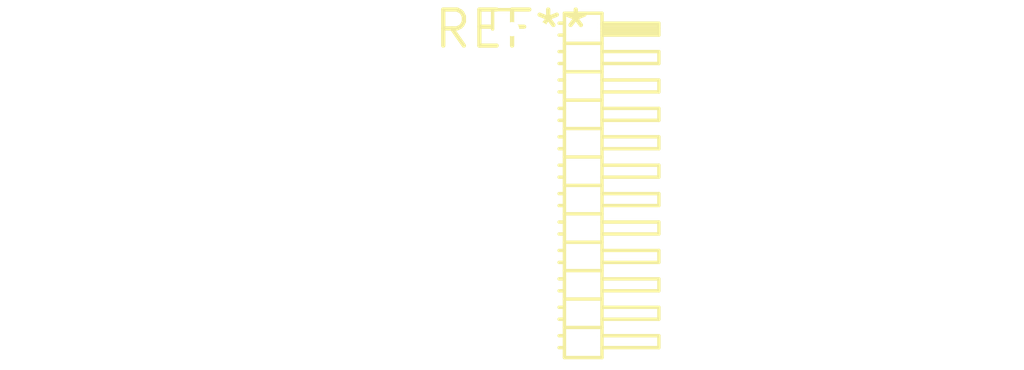
<source format=kicad_pcb>
(kicad_pcb (version 20240108) (generator pcbnew)
  (layers (0 "F.Cu" signal) (31 "B.Cu" signal) (34 "B.Paste" user) (35 "F.Paste" user) (36 "B.SilkS" user "B.Silkscreen") (37 "F.SilkS" user "F.Silkscreen") (38 "B.Mask" user) (39 "F.Mask" user) (44 "Edge.Cuts" user))
  (net 0 "")
  (footprint "PinHeader_2x12_P1.00mm_Horizontal" (layer "F.Cu") (at 0 0)
    (property "Reference" "REF**")
    (property "Value" "PinHeader_2x12_P1.00mm_Horizontal")
    (fp_line (start -0.685 -0.685) (end 0 -0.685) (layer "F.SilkS") (stroke (width 0.12)))
    (fp_line (start -0.685 0) (end -0.685 -0.685) (layer "F.SilkS") (stroke (width 0.12)))
    (fp_line (start 1.652016 -0.21) (end 1.84 -0.21) (layer "F.SilkS") (stroke (width 0.12)))
    (fp_line (start 1.652016 0.21) (end 1.84 0.21) (layer "F.SilkS") (stroke (width 0.12)))
    (fp_line (start 1.652016 0.79) (end 1.84 0.79) (layer "F.SilkS") (stroke (width 0.12)))
    (fp_line (start 1.652016 1.21) (end 1.84 1.21) (layer "F.SilkS") (stroke (width 0.12)))
    (fp_line (start 1.652016 1.79) (end 1.84 1.79) (layer "F.SilkS") (stroke (width 0.12)))
    (fp_line (start 1.652016 2.21) (end 1.84 2.21) (layer "F.SilkS") (stroke (width 0.12)))
    (fp_line (start 1.652016 2.79) (end 1.84 2.79) (layer "F.SilkS") (stroke (width 0.12)))
    (fp_line (start 1.652016 3.21) (end 1.84 3.21) (layer "F.SilkS") (stroke (width 0.12)))
    (fp_line (start 1.652016 3.79) (end 1.84 3.79) (layer "F.SilkS") (stroke (width 0.12)))
    (fp_line (start 1.652016 4.21) (end 1.84 4.21) (layer "F.SilkS") (stroke (width 0.12)))
    (fp_line (start 1.652016 4.79) (end 1.84 4.79) (layer "F.SilkS") (stroke (width 0.12)))
    (fp_line (start 1.652016 5.21) (end 1.84 5.21) (layer "F.SilkS") (stroke (width 0.12)))
    (fp_line (start 1.652016 5.79) (end 1.84 5.79) (layer "F.SilkS") (stroke (width 0.12)))
    (fp_line (start 1.652016 6.21) (end 1.84 6.21) (layer "F.SilkS") (stroke (width 0.12)))
    (fp_line (start 1.652016 6.79) (end 1.84 6.79) (layer "F.SilkS") (stroke (width 0.12)))
    (fp_line (start 1.652016 7.21) (end 1.84 7.21) (layer "F.SilkS") (stroke (width 0.12)))
    (fp_line (start 1.652016 7.79) (end 1.84 7.79) (layer "F.SilkS") (stroke (width 0.12)))
    (fp_line (start 1.652016 8.21) (end 1.84 8.21) (layer "F.SilkS") (stroke (width 0.12)))
    (fp_line (start 1.652016 8.79) (end 1.84 8.79) (layer "F.SilkS") (stroke (width 0.12)))
    (fp_line (start 1.652016 9.21) (end 1.84 9.21) (layer "F.SilkS") (stroke (width 0.12)))
    (fp_line (start 1.652016 9.79) (end 1.84 9.79) (layer "F.SilkS") (stroke (width 0.12)))
    (fp_line (start 1.652016 10.21) (end 1.84 10.21) (layer "F.SilkS") (stroke (width 0.12)))
    (fp_line (start 1.652016 10.79) (end 1.84 10.79) (layer "F.SilkS") (stroke (width 0.12)))
    (fp_line (start 1.652016 11.21) (end 1.84 11.21) (layer "F.SilkS") (stroke (width 0.12)))
    (fp_line (start 1.84 -0.56) (end 1.84 11.56) (layer "F.SilkS") (stroke (width 0.12)))
    (fp_line (start 1.84 0.5) (end 3.16 0.5) (layer "F.SilkS") (stroke (width 0.12)))
    (fp_line (start 1.84 1.5) (end 3.16 1.5) (layer "F.SilkS") (stroke (width 0.12)))
    (fp_line (start 1.84 2.5) (end 3.16 2.5) (layer "F.SilkS") (stroke (width 0.12)))
    (fp_line (start 1.84 3.5) (end 3.16 3.5) (layer "F.SilkS") (stroke (width 0.12)))
    (fp_line (start 1.84 4.5) (end 3.16 4.5) (layer "F.SilkS") (stroke (width 0.12)))
    (fp_line (start 1.84 5.5) (end 3.16 5.5) (layer "F.SilkS") (stroke (width 0.12)))
    (fp_line (start 1.84 6.5) (end 3.16 6.5) (layer "F.SilkS") (stroke (width 0.12)))
    (fp_line (start 1.84 7.5) (end 3.16 7.5) (layer "F.SilkS") (stroke (width 0.12)))
    (fp_line (start 1.84 8.5) (end 3.16 8.5) (layer "F.SilkS") (stroke (width 0.12)))
    (fp_line (start 1.84 9.5) (end 3.16 9.5) (layer "F.SilkS") (stroke (width 0.12)))
    (fp_line (start 1.84 10.5) (end 3.16 10.5) (layer "F.SilkS") (stroke (width 0.12)))
    (fp_line (start 1.84 11.56) (end 3.16 11.56) (layer "F.SilkS") (stroke (width 0.12)))
    (fp_line (start 3.16 -0.56) (end 1.84 -0.56) (layer "F.SilkS") (stroke (width 0.12)))
    (fp_line (start 3.16 -0.21) (end 5.16 -0.21) (layer "F.SilkS") (stroke (width 0.12)))
    (fp_line (start 3.16 -0.15) (end 5.16 -0.15) (layer "F.SilkS") (stroke (width 0.12)))
    (fp_line (start 3.16 -0.03) (end 5.16 -0.03) (layer "F.SilkS") (stroke (width 0.12)))
    (fp_line (start 3.16 0.09) (end 5.16 0.09) (layer "F.SilkS") (stroke (width 0.12)))
    (fp_line (start 3.16 0.79) (end 5.16 0.79) (layer "F.SilkS") (stroke (width 0.12)))
    (fp_line (start 3.16 1.79) (end 5.16 1.79) (layer "F.SilkS") (stroke (width 0.12)))
    (fp_line (start 3.16 2.79) (end 5.16 2.79) (layer "F.SilkS") (stroke (width 0.12)))
    (fp_line (start 3.16 3.79) (end 5.16 3.79) (layer "F.SilkS") (stroke (width 0.12)))
    (fp_line (start 3.16 4.79) (end 5.16 4.79) (layer "F.SilkS") (stroke (width 0.12)))
    (fp_line (start 3.16 5.79) (end 5.16 5.79) (layer "F.SilkS") (stroke (width 0.12)))
    (fp_line (start 3.16 6.79) (end 5.16 6.79) (layer "F.SilkS") (stroke (width 0.12)))
    (fp_line (start 3.16 7.79) (end 5.16 7.79) (layer "F.SilkS") (stroke (width 0.12)))
    (fp_line (start 3.16 8.79) (end 5.16 8.79) (layer "F.SilkS") (stroke (width 0.12)))
    (fp_line (start 3.16 9.79) (end 5.16 9.79) (layer "F.SilkS") (stroke (width 0.12)))
    (fp_line (start 3.16 10.79) (end 5.16 10.79) (layer "F.SilkS") (stroke (width 0.12)))
    (fp_line (start 3.16 11.56) (end 3.16 -0.56) (layer "F.SilkS") (stroke (width 0.12)))
    (fp_line (start 5.16 -0.21) (end 5.16 0.21) (layer "F.SilkS") (stroke (width 0.12)))
    (fp_line (start 5.16 0.21) (end 3.16 0.21) (layer "F.SilkS") (stroke (width 0.12)))
    (fp_line (start 5.16 0.79) (end 5.16 1.21) (layer "F.SilkS") (stroke (width 0.12)))
    (fp_line (start 5.16 1.21) (end 3.16 1.21) (layer "F.SilkS") (stroke (width 0.12)))
    (fp_line (start 5.16 1.79) (end 5.16 2.21) (layer "F.SilkS") (stroke (width 0.12)))
    (fp_line (start 5.16 2.21) (end 3.16 2.21) (layer "F.SilkS") (stroke (width 0.12)))
    (fp_line (start 5.16 2.79) (end 5.16 3.21) (layer "F.SilkS") (stroke (width 0.12)))
    (fp_line (start 5.16 3.21) (end 3.16 3.21) (layer "F.SilkS") (stroke (width 0.12)))
    (fp_line (start 5.16 3.79) (end 5.16 4.21) (layer "F.SilkS") (stroke (width 0.12)))
    (fp_line (start 5.16 4.21) (end 3.16 4.21) (layer "F.SilkS") (stroke (width 0.12)))
    (fp_line (start 5.16 4.79) (end 5.16 5.21) (layer "F.SilkS") (stroke (width 0.12)))
    (fp_line (start 5.16 5.21) (end 3.16 5.21) (layer "F.SilkS") (stroke (width 0.12)))
    (fp_line (start 5.16 5.79) (end 5.16 6.21) (layer "F.SilkS") (stroke (width 0.12)))
    (fp_line (start 5.16 6.21) (end 3.16 6.21) (layer "F.SilkS") (stroke (width 0.12)))
    (fp_line (start 5.16 6.79) (end 5.16 7.21) (layer "F.SilkS") (stroke (width 0.12)))
    (fp_line (start 5.16 7.21) (end 3.16 7.21) (layer "F.SilkS") (stroke (width 0.12)))
    (fp_line (start 5.16 7.79) (end 5.16 8.21) (layer "F.SilkS") (stroke (width 0.12)))
    (fp_line (start 5.16 8.21) (end 3.16 8.21) (layer "F.SilkS") (stroke (width 0.12)))
    (fp_line (start 5.16 8.79) (end 5.16 9.21) (layer "F.SilkS") (stroke (width 0.12)))
    (fp_line (start 5.16 9.21) (end 3.16 9.21) (layer "F.SilkS") (stroke (width 0.12)))
    (fp_line (start 5.16 9.79) (end 5.16 10.21) (layer "F.SilkS") (stroke (width 0.12)))
    (fp_line (start 5.16 10.21) (end 3.16 10.21) (layer "F.SilkS") (stroke (width 0.12)))
    (fp_line (start 5.16 10.79) (end 5.16 11.21) (layer "F.SilkS") (stroke (width 0.12)))
    (fp_line (start 5.16 11.21) (end 3.16 11.21) (layer "F.SilkS") (stroke (width 0.12)))
    (pad "1" thru_hole rect (at 0 0) (size 0.85 0.85) (drill 0.5) (layers *.Cu *.Mask) (remove_unused_layers))
    (pad "2" thru_hole oval (at 1 0) (size 0.85 0.85) (drill 0.5) (layers *.Cu *.Mask) (remove_unused_layers))
    (pad "3" thru_hole oval (at 0 1) (size 0.85 0.85) (drill 0.5) (layers *.Cu *.Mask) (remove_unused_layers))
    (pad "4" thru_hole oval (at 1 1) (size 0.85 0.85) (drill 0.5) (layers *.Cu *.Mask) (remove_unused_layers))
    (pad "5" thru_hole oval (at 0 2) (size 0.85 0.85) (drill 0.5) (layers *.Cu *.Mask) (remove_unused_layers))
    (pad "6" thru_hole oval (at 1 2) (size 0.85 0.85) (drill 0.5) (layers *.Cu *.Mask) (remove_unused_layers))
    (pad "7" thru_hole oval (at 0 3) (size 0.85 0.85) (drill 0.5) (layers *.Cu *.Mask) (remove_unused_layers))
    (pad "8" thru_hole oval (at 1 3) (size 0.85 0.85) (drill 0.5) (layers *.Cu *.Mask) (remove_unused_layers))
    (pad "9" thru_hole oval (at 0 4) (size 0.85 0.85) (drill 0.5) (layers *.Cu *.Mask) (remove_unused_layers))
    (pad "10" thru_hole oval (at 1 4) (size 0.85 0.85) (drill 0.5) (layers *.Cu *.Mask) (remove_unused_layers))
    (pad "11" thru_hole oval (at 0 5) (size 0.85 0.85) (drill 0.5) (layers *.Cu *.Mask) (remove_unused_layers))
    (pad "12" thru_hole oval (at 1 5) (size 0.85 0.85) (drill 0.5) (layers *.Cu *.Mask) (remove_unused_layers))
    (pad "13" thru_hole oval (at 0 6) (size 0.85 0.85) (drill 0.5) (layers *.Cu *.Mask) (remove_unused_layers))
    (pad "14" thru_hole oval (at 1 6) (size 0.85 0.85) (drill 0.5) (layers *.Cu *.Mask) (remove_unused_layers))
    (pad "15" thru_hole oval (at 0 7) (size 0.85 0.85) (drill 0.5) (layers *.Cu *.Mask) (remove_unused_layers))
    (pad "16" thru_hole oval (at 1 7) (size 0.85 0.85) (drill 0.5) (layers *.Cu *.Mask) (remove_unused_layers))
    (pad "17" thru_hole oval (at 0 8) (size 0.85 0.85) (drill 0.5) (layers *.Cu *.Mask) (remove_unused_layers))
    (pad "18" thru_hole oval (at 1 8) (size 0.85 0.85) (drill 0.5) (layers *.Cu *.Mask) (remove_unused_layers))
    (pad "19" thru_hole oval (at 0 9) (size 0.85 0.85) (drill 0.5) (layers *.Cu *.Mask) (remove_unused_layers))
    (pad "20" thru_hole oval (at 1 9) (size 0.85 0.85) (drill 0.5) (layers *.Cu *.Mask) (remove_unused_layers))
    (pad "21" thru_hole oval (at 0 10) (size 0.85 0.85) (drill 0.5) (layers *.Cu *.Mask) (remove_unused_layers))
    (pad "22" thru_hole oval (at 1 10) (size 0.85 0.85) (drill 0.5) (layers *.Cu *.Mask) (remove_unused_layers))
    (pad "23" thru_hole oval (at 0 11) (size 0.85 0.85) (drill 0.5) (layers *.Cu *.Mask) (remove_unused_layers))
    (pad "24" thru_hole oval (at 1 11) (size 0.85 0.85) (drill 0.5) (layers *.Cu *.Mask) (remove_unused_layers))
  )
)
</source>
